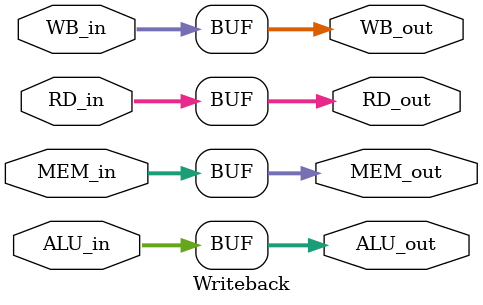
<source format=v>
/* Pipeline Stage 5 */

`ifndef __WRITEBACK_V__
`define __WRITEBACK_V__

module Writeback (
	//input wire clk,
	input wire [1:0] WB_in,
	input wire [4:0] RD_in,
	input wire [31:0] MEM_in,
	input wire [31:0] ALU_in,
	output reg [1:0] WB_out,
	output reg [4:0] RD_out,
	output reg [31:0] MEM_out,
	output reg [31:0] ALU_out
	);

	initial
	begin
		WB_out = 0;
		RD_out = 0;
		MEM_out = 0;
		ALU_out = 0;
	end

	//always @ (posedge clk)
	always @ (*)
	begin
		WB_out <= WB_in;
		RD_out <= RD_in;
		MEM_out <= MEM_in;
		ALU_out <= ALU_in;
	end

endmodule

`endif /*__WRITEBACK_V__*/

</source>
